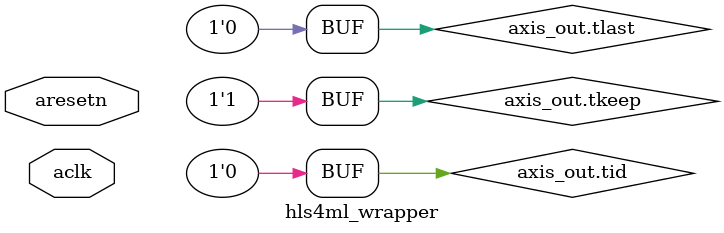
<source format=sv>
`timescale 1ns / 1ps

module hls4ml_wrapper(
    input aclk,
    input aresetn,
    
    AXI4SR.s axis_in,
    AXI4SR.m axis_out
);

reg ul_resetn = 0;

reg ap_start = 0;
logic ap_done;
logic ap_ready;
logic ap_idle;

logic input_2_TVALID;
logic input_2_TREADY;
logic [47 : 0] input_2_TDATA;
logic layer25_out_TVALID;
logic layer25_out_TREADY;
logic [159 : 0] layer25_out_TDATA;

assign axis_out.tid = 0;
assign axis_out.tdata[511:160] = 0;
assign axis_out.tkeep = 64'hffffffffffffffff; //64'hfffff;
assign axis_out.tlast = 0; //1;

always_ff @(posedge aclk) begin
    ul_resetn <= aresetn;
    if(ap_idle) begin
        ap_start <= 1;
    end
    if(ap_ready)
        ap_start <= 0;
end

axis_dwidth_converter_c1 dwidth_conv (
  .aclk(aclk),                    // input wire aclk
  .aresetn(ul_resetn),              // input wire aresetn
  .s_axis_tvalid(axis_in.tvalid),  // input wire s_axis_tvalid
  .s_axis_tready(axis_in.tready),  // output wire s_axis_tready
  .s_axis_tdata(axis_in.tdata),    // input wire [511 : 0] s_axis_tdata
  .m_axis_tvalid(input_2_TVALID),  // output wire m_axis_tvalid
  .m_axis_tready(input_2_TREADY),  // input wire m_axis_tready
  .m_axis_tdata(input_2_TDATA)    // output wire [47 : 0] m_axis_tdata
);

hls4ml_0 hls4ml_inst (
  .input_2_TVALID(input_2_TVALID),          // input wire input_2_TVALID
  .input_2_TREADY(input_2_TREADY),          // output wire input_2_TREADY
  .input_2_TDATA(input_2_TDATA),            // input wire [47 : 0] input_2_TDATA
  .layer25_out_TVALID(axis_out.tvalid),  // output wire layer25_out_TVALID
  .layer25_out_TREADY(axis_out.tready),  // input wire layer25_out_TREADY
  .layer25_out_TDATA(axis_out.tdata[159:0]),    // output wire [159 : 0] layer25_out_TDATA
  .ap_clk(aclk),                          // input wire ap_clk
  .ap_rst_n(ul_resetn),                      // input wire ap_rst_n
  .ap_start(ap_start),                      // input wire ap_start
  .ap_done(ap_done),                        // output wire ap_done
  .ap_ready(ap_ready),                      // output wire ap_ready
  .ap_idle(ap_idle)                        // output wire ap_idle
);

endmodule

</source>
